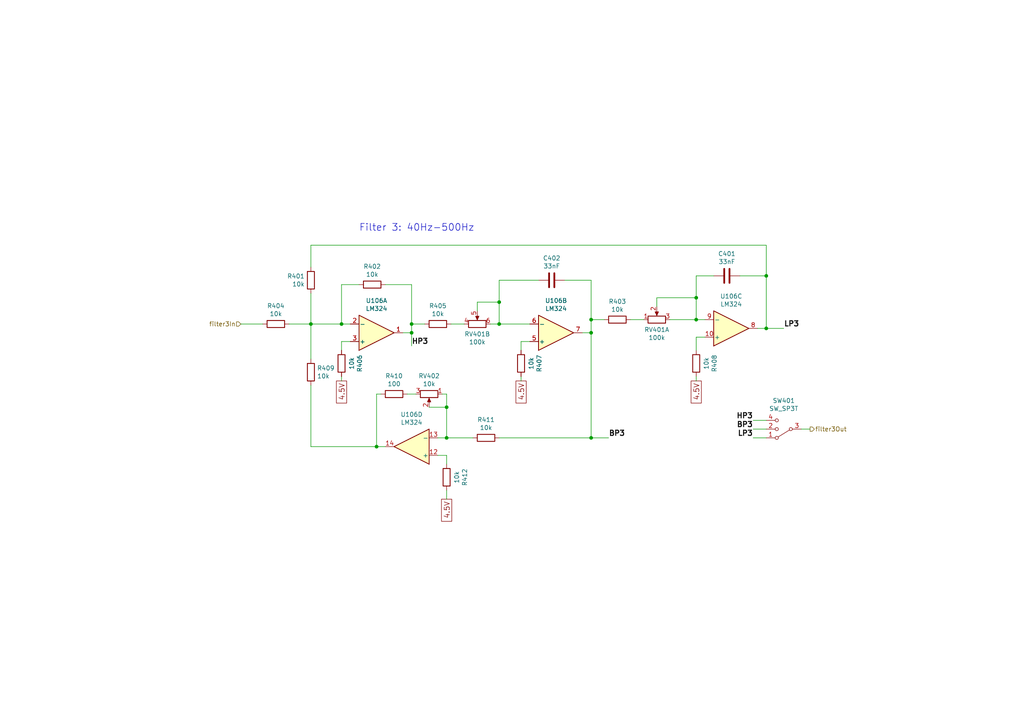
<source format=kicad_sch>
(kicad_sch (version 20231120) (generator "eeschema") (generator_version "8.0")
  (paper "A4")
  (lib_symbols
    (symbol "Amplifier_Operational:LM324" (pin_names (offset 0.127))
      (property "Reference" "U" (at 0 5.08 0))
      (property "Value" "LM324" (at 0 -5.08 0))
      (symbol "LM324_1_1"
        (polyline (pts (xy -5.08 5.08) (xy 5.08 0) (xy -5.08 -5.08) (xy -5.08 5.08)) (stroke (width 0.254)) (fill (type background)))
        (pin output line (at 7.62 0 180) (length 2.54) (name "~") (number "1"))
        (pin input line (at -7.62 -2.54 0) (length 2.54) (name "-") (number "2"))
        (pin input line (at -7.62 2.54 0) (length 2.54) (name "+") (number "3"))
      )
      (symbol "LM324_2_1"
        (polyline (pts (xy -5.08 5.08) (xy 5.08 0) (xy -5.08 -5.08) (xy -5.08 5.08)) (stroke (width 0.254)) (fill (type background)))
        (pin input line (at -7.62 2.54 0) (length 2.54) (name "+") (number "5"))
        (pin input line (at -7.62 -2.54 0) (length 2.54) (name "-") (number "6"))
        (pin output line (at 7.62 0 180) (length 2.54) (name "~") (number "7"))
      )
      (symbol "LM324_3_1"
        (polyline (pts (xy -5.08 5.08) (xy 5.08 0) (xy -5.08 -5.08) (xy -5.08 5.08)) (stroke (width 0.254)) (fill (type background)))
        (pin input line (at -7.62 2.54 0) (length 2.54) (name "+") (number "10"))
        (pin output line (at 7.62 0 180) (length 2.54) (name "~") (number "8"))
        (pin input line (at -7.62 -2.54 0) (length 2.54) (name "-") (number "9"))
      )
      (symbol "LM324_4_1"
        (polyline (pts (xy -5.08 5.08) (xy 5.08 0) (xy -5.08 -5.08) (xy -5.08 5.08)) (stroke (width 0.254)) (fill (type background)))
        (pin input line (at -7.62 2.54 0) (length 2.54) (name "+") (number "12"))
        (pin input line (at -7.62 -2.54 0) (length 2.54) (name "-") (number "13"))
        (pin output line (at 7.62 0 180) (length 2.54) (name "~") (number "14"))
      )
      (symbol "LM324_5_1"
        (pin power_in line (at -2.54 -7.62 90) (length 3.81) (name "V-") (number "11"))
        (pin power_in line (at -2.54 7.62 270) (length 3.81) (name "V+") (number "4"))
      )
    )
    (symbol "Device:C" (pin_numbers hide) (pin_names (offset 0.254))
      (property "Reference" "C" (at 0.635 2.54 0))
      (property "Value" "C" (at 0.635 -2.54 0))
      (symbol "C_0_1"
        (polyline (pts (xy -2.032 -0.762) (xy 2.032 -0.762)) (stroke (width 0.508)))
        (polyline (pts (xy -2.032 0.762) (xy 2.032 0.762)) (stroke (width 0.508)))
      )
      (symbol "C_1_1"
        (pin passive line (at 0 3.81 270) (length 2.794) (name "~") (number "1"))
        (pin passive line (at 0 -3.81 90) (length 2.794) (name "~") (number "2"))
      )
    )
    (symbol "Device:R" (pin_numbers hide) (pin_names (offset 0))
      (property "Reference" "R" (at 2.032 0 90))
      (property "Value" "R" (at 0 0 90))
      (symbol "R_0_1"
        (rectangle (start -1.016 -2.54) (end 1.016 2.54) (stroke (width 0.254)))
      )
      (symbol "R_1_1"
        (pin passive line (at 0 3.81 270) (length 1.27) (name "~") (number "1"))
        (pin passive line (at 0 -3.81 90) (length 1.27) (name "~") (number "2"))
      )
    )
    (symbol "Switch:SW_SP3T" (pin_names (offset 0) hide)
      (property "Reference" "SW" (at 0 5.08 0))
      (property "Value" "SW_SP3T" (at 0 -5.08 0))
      (symbol "SW_SP3T_0_1"
        (circle (center -2.032 0) (radius 0.4572))
        (polyline (pts (xy -1.651 0.254) (xy 1.651 2.286)))
        (circle (center 2.032 -2.54) (radius 0.4572))
        (circle (center 2.032 0) (radius 0.4572))
        (circle (center 2.032 2.54) (radius 0.4572))
      )
      (symbol "SW_SP3T_1_1"
        (pin passive line (at 5.08 2.54 180) (length 2.54) (name "1") (number "1"))
        (pin passive line (at 5.08 0 180) (length 2.54) (name "2") (number "2"))
        (pin passive line (at -5.08 0 0) (length 2.54) (name "3") (number "3"))
        (pin passive line (at 5.08 -2.54 180) (length 2.54) (name "4") (number "4"))
      )
    )
    (symbol "The_Ping_Ting-rescue:R_POT-Device" (pin_names (offset 1.016) hide)
      (property "Reference" "RV" (at -4.445 0 90))
      (property "Value" "R_POT-Device" (at -2.54 0 90))
      (symbol "R_POT-Device_0_1"
        (polyline (pts (xy 2.54 0) (xy 1.524 0)))
        (polyline (pts (xy 1.143 0) (xy 2.286 0.508) (xy 2.286 -0.508) (xy 1.143 0)) (fill (type outline)))
        (rectangle (start 1.016 2.54) (end -1.016 -2.54) (stroke (width 0.254)))
      )
      (symbol "R_POT-Device_1_1"
        (pin passive line (at 0 3.81 270) (length 1.27) (name "1") (number "1"))
        (pin passive line (at 3.81 0 180) (length 1.27) (name "2") (number "2"))
        (pin passive line (at 0 -3.81 90) (length 1.27) (name "3") (number "3"))
      )
    )
    (symbol "The_Ping_Ting-rescue:R_POT_Dual_Separate-Device" (pin_names (offset 1.016) hide)
      (property "Reference" "RV" (at -4.445 0 90))
      (property "Value" "R_POT_Dual_Separate-Device" (at -2.54 0 90))
      (symbol "R_POT_Dual_Separate-Device_0_1"
        (polyline (pts (xy 2.54 0) (xy 1.524 0)))
        (polyline (pts (xy 1.143 0) (xy 2.286 0.508) (xy 2.286 -0.508) (xy 1.143 0)) (fill (type outline)))
        (rectangle (start 1.016 2.54) (end -1.016 -2.54) (stroke (width 0.254)))
      )
      (symbol "R_POT_Dual_Separate-Device_1_1"
        (pin passive line (at 0 3.81 270) (length 1.27) (name "1") (number "1"))
        (pin passive line (at 3.81 0 180) (length 1.27) (name "2") (number "2"))
        (pin passive line (at 0 -3.81 90) (length 1.27) (name "3") (number "3"))
      )
      (symbol "R_POT_Dual_Separate-Device_2_1"
        (pin passive line (at 0 3.81 270) (length 1.27) (name "4") (number "4"))
        (pin passive line (at 3.81 0 180) (length 1.27) (name "5") (number "5"))
        (pin passive line (at 0 -3.81 90) (length 1.27) (name "6") (number "6"))
      )
    )
  )
  (junction (at 144.78 93.98))
  (junction (at 144.78 87.63))
  (junction (at 171.45 92.71))
  (junction (at 129.54 127))
  (junction (at 171.45 96.52))
  (junction (at 201.93 92.71))
  (junction (at 222.25 80.01))
  (junction (at 99.06 93.98))
  (junction (at 119.38 96.52))
  (junction (at 129.54 118.11))
  (junction (at 171.45 127))
  (junction (at 119.38 93.98))
  (junction (at 201.93 86.36))
  (junction (at 109.22 129.54))
  (junction (at 222.25 95.25))
  (junction (at 90.17 93.98))
  (wire (pts (xy 144.78 87.63) (xy 144.78 81.28)))
  (wire (pts (xy 119.38 93.98) (xy 119.38 82.55)))
  (wire (pts (xy 99.06 101.6) (xy 99.06 99.06)))
  (wire (pts (xy 182.88 92.71) (xy 186.69 92.71)))
  (wire (pts (xy 171.45 92.71) (xy 171.45 96.52)))
  (wire (pts (xy 227.33 95.25) (xy 222.25 95.25)))
  (wire (pts (xy 129.54 114.3) (xy 128.27 114.3)))
  (wire (pts (xy 214.63 80.01) (xy 222.25 80.01)))
  (wire (pts (xy 90.17 93.98) (xy 83.82 93.98)))
  (wire (pts (xy 120.65 114.3) (xy 118.11 114.3)))
  (wire (pts (xy 201.93 97.79) (xy 204.47 97.79)))
  (wire (pts (xy 218.44 127) (xy 222.25 127)))
  (wire (pts (xy 137.16 127) (xy 129.54 127)))
  (wire (pts (xy 69.85 93.98) (xy 76.2 93.98)))
  (wire (pts (xy 151.13 99.06) (xy 153.67 99.06)))
  (wire (pts (xy 90.17 111.76) (xy 90.17 129.54)))
  (wire (pts (xy 151.13 101.6) (xy 151.13 99.06)))
  (wire (pts (xy 218.44 121.92) (xy 222.25 121.92)))
  (wire (pts (xy 222.25 95.25) (xy 219.71 95.25)))
  (wire (pts (xy 190.5 88.9) (xy 190.5 86.36)))
  (wire (pts (xy 171.45 127) (xy 171.45 96.52)))
  (wire (pts (xy 123.19 93.98) (xy 119.38 93.98)))
  (wire (pts (xy 119.38 82.55) (xy 111.76 82.55)))
  (wire (pts (xy 201.93 86.36) (xy 201.93 92.71)))
  (wire (pts (xy 144.78 127) (xy 171.45 127)))
  (wire (pts (xy 90.17 71.12) (xy 222.25 71.12)))
  (wire (pts (xy 218.44 124.46) (xy 222.25 124.46)))
  (wire (pts (xy 204.47 92.71) (xy 201.93 92.71)))
  (wire (pts (xy 190.5 86.36) (xy 201.93 86.36)))
  (wire (pts (xy 99.06 93.98) (xy 101.6 93.98)))
  (wire (pts (xy 222.25 80.01) (xy 222.25 95.25)))
  (wire (pts (xy 138.43 90.17) (xy 138.43 87.63)))
  (wire (pts (xy 129.54 127) (xy 129.54 118.11)))
  (wire (pts (xy 201.93 80.01) (xy 201.93 86.36)))
  (wire (pts (xy 127 127) (xy 129.54 127)))
  (wire (pts (xy 134.62 93.98) (xy 130.81 93.98)))
  (wire (pts (xy 129.54 144.78) (xy 129.54 142.24)))
  (wire (pts (xy 194.31 92.71) (xy 201.93 92.71)))
  (wire (pts (xy 201.93 101.6) (xy 201.93 97.79)))
  (wire (pts (xy 176.53 127) (xy 171.45 127)))
  (wire (pts (xy 129.54 118.11) (xy 129.54 114.3)))
  (wire (pts (xy 109.22 129.54) (xy 109.22 114.3)))
  (wire (pts (xy 234.95 124.46) (xy 232.41 124.46)))
  (wire (pts (xy 104.14 82.55) (xy 99.06 82.55)))
  (wire (pts (xy 90.17 85.09) (xy 90.17 93.98)))
  (wire (pts (xy 119.38 100.33) (xy 119.38 96.52)))
  (wire (pts (xy 222.25 71.12) (xy 222.25 80.01)))
  (wire (pts (xy 151.13 110.49) (xy 151.13 109.22)))
  (wire (pts (xy 116.84 96.52) (xy 119.38 96.52)))
  (wire (pts (xy 171.45 92.71) (xy 175.26 92.71)))
  (wire (pts (xy 171.45 92.71) (xy 171.45 81.28)))
  (wire (pts (xy 99.06 82.55) (xy 99.06 93.98)))
  (wire (pts (xy 171.45 81.28) (xy 163.83 81.28)))
  (wire (pts (xy 144.78 93.98) (xy 142.24 93.98)))
  (wire (pts (xy 168.91 96.52) (xy 171.45 96.52)))
  (wire (pts (xy 201.93 80.01) (xy 207.01 80.01)))
  (wire (pts (xy 99.06 93.98) (xy 90.17 93.98)))
  (wire (pts (xy 138.43 87.63) (xy 144.78 87.63)))
  (wire (pts (xy 201.93 110.49) (xy 201.93 109.22)))
  (wire (pts (xy 109.22 114.3) (xy 110.49 114.3)))
  (wire (pts (xy 144.78 93.98) (xy 144.78 87.63)))
  (wire (pts (xy 129.54 132.08) (xy 127 132.08)))
  (wire (pts (xy 119.38 96.52) (xy 119.38 93.98)))
  (wire (pts (xy 129.54 134.62) (xy 129.54 132.08)))
  (wire (pts (xy 99.06 99.06) (xy 101.6 99.06)))
  (wire (pts (xy 90.17 129.54) (xy 109.22 129.54)))
  (wire (pts (xy 144.78 81.28) (xy 156.21 81.28)))
  (wire (pts (xy 124.46 118.11) (xy 129.54 118.11)))
  (wire (pts (xy 90.17 93.98) (xy 90.17 104.14)))
  (wire (pts (xy 153.67 93.98) (xy 144.78 93.98)))
  (wire (pts (xy 111.76 129.54) (xy 109.22 129.54)))
  (wire (pts (xy 99.06 110.49) (xy 99.06 109.22)))
  (wire (pts (xy 90.17 71.12) (xy 90.17 77.47)))
  (text "Filter 3: 40Hz-500Hz" (at 104.14 67.31 0) (effects (font (size 2.0066 2.0066)) (justify left bottom)))
  (label "HP3" (at 218.44 121.92 180) (effects (font (size 1.4986 1.4986) (thickness 0.2997) (bold yes))))
  (label "LP3" (at 227.33 95.25 0) (effects (font (size 1.4986 1.4986) (thickness 0.2997) (bold yes))))
  (label "BP3" (at 176.53 127 0) (effects (font (size 1.4986 1.4986) (thickness 0.2997) (bold yes))))
  (label "HP3" (at 119.38 100.33 0) (effects (font (size 1.4986 1.4986) (thickness 0.2997) (bold yes))))
  (label "LP3" (at 218.44 127 180) (effects (font (size 1.4986 1.4986) (thickness 0.2997) (bold yes))))
  (label "BP3" (at 218.44 124.46 180) (effects (font (size 1.4986 1.4986) (thickness 0.2997) (bold yes))))
  (global_label "4.5V" (shape passive) (at 99.06 110.49 270) (effects (font (size 1.4986 1.4986))) (property "Intersheetrefs" "${INTERSHEET_REFS}" (effects (hide yes))))
  (global_label "4.5V" (shape passive) (at 151.13 110.49 270) (effects (font (size 1.4986 1.4986))) (property "Intersheetrefs" "${INTERSHEET_REFS}" (effects (hide yes))))
  (global_label "4.5V" (shape passive) (at 201.93 110.49 270) (effects (font (size 1.4986 1.4986))) (property "Intersheetrefs" "${INTERSHEET_REFS}" (effects (hide yes))))
  (global_label "4.5V" (shape passive) (at 129.54 144.78 270) (effects (font (size 1.4986 1.4986))) (property "Intersheetrefs" "${INTERSHEET_REFS}" (effects (hide yes))))
  (hierarchical_label "filter3Out" (shape output) (at 234.95 124.46 0))
  (hierarchical_label "filter3In" (shape input) (at 69.85 93.98 180))
  (symbol (lib_id "Amplifier_Operational:LM324") (at 161.29 96.52 0) (mirror x) (unit 2)
    (property "Reference" "U106" (at 161.29 87.1982 0))
    (property "Value" "LM324" (at 161.29 89.5096 0))
    (property "Footprint" "Package_DIP:DIP-14_W7.62mm" (effects (hide yes)))
    (property "Datasheet" "http://www.ti.com/lit/ds/symlink/lm2902-n.pdf" (effects (hide yes)))
  )
  (symbol (lib_id "Amplifier_Operational:LM324") (at 212.09 95.25 0) (mirror x) (unit 3)
    (property "Reference" "U106" (at 212.09 85.9282 0))
    (property "Value" "LM324" (at 212.09 88.2396 0))
    (property "Footprint" "Package_DIP:DIP-14_W7.62mm" (effects (hide yes)))
    (property "Datasheet" "http://www.ti.com/lit/ds/symlink/lm2902-n.pdf" (effects (hide yes)))
  )
  (symbol (lib_id "Amplifier_Operational:LM324") (at 119.38 129.54 180) (unit 4)
    (property "Reference" "U106" (at 119.38 120.2182 0))
    (property "Value" "LM324" (at 119.38 122.5296 0))
    (property "Footprint" "Package_DIP:DIP-14_W7.62mm" (effects (hide yes)))
    (property "Datasheet" "http://www.ti.com/lit/ds/symlink/lm2902-n.pdf" (effects (hide yes)))
  )
  (symbol (lib_id "Device:R") (at 114.3 114.3 90) (mirror x) (unit 1)
    (property "Reference" "R410" (at 114.3 109.0422 90))
    (property "Value" "100" (at 114.3 111.3536 90))
    (property "Footprint" "Resistor_THT:R_Axial_DIN0207_L6.3mm_D2.5mm_P10.16mm_Horizontal" (effects (hide yes)))
  )
  (symbol (lib_id "Device:R") (at 140.97 127 90) (mirror x) (unit 1)
    (property "Reference" "R411" (at 140.97 121.7422 90))
    (property "Value" "10k" (at 140.97 124.0536 90))
    (property "Footprint" "Resistor_THT:R_Axial_DIN0207_L6.3mm_D2.5mm_P10.16mm_Horizontal" (effects (hide yes)))
  )
  (symbol (lib_id "Device:R") (at 90.17 107.95 0) (mirror y) (unit 1)
    (property "Reference" "R409" (at 91.948 106.7816 0) (effects (justify right)))
    (property "Value" "10k" (at 91.948 109.093 0) (effects (justify right)))
    (property "Footprint" "Resistor_THT:R_Axial_DIN0207_L6.3mm_D2.5mm_P10.16mm_Horizontal" (effects (hide yes)))
  )
  (symbol (lib_id "Device:R") (at 90.17 81.28 0) (mirror x) (unit 1)
    (property "Reference" "R401" (at 88.392 80.1116 0) (effects (justify right)))
    (property "Value" "10k" (at 88.392 82.423 0) (effects (justify right)))
    (property "Footprint" "Resistor_THT:R_Axial_DIN0207_L6.3mm_D2.5mm_P10.16mm_Horizontal" (effects (hide yes)))
  )
  (symbol (lib_id "Device:C") (at 160.02 81.28 270) (unit 1)
    (property "Reference" "C402" (at 160.02 74.8792 90))
    (property "Value" "33nF" (at 160.02 77.1906 90))
    (property "Footprint" "Capacitor_THT:C_Rect_L7.2mm_W8.5mm_P5.00mm_FKP2_FKP2_MKS2_MKP2" (effects (hide yes)))
  )
  (symbol (lib_id "Device:C") (at 210.82 80.01 270) (unit 1)
    (property "Reference" "C401" (at 210.82 73.6092 90))
    (property "Value" "33nF" (at 210.82 75.9206 90))
    (property "Footprint" "Capacitor_THT:C_Rect_L7.2mm_W8.5mm_P5.00mm_FKP2_FKP2_MKS2_MKP2" (effects (hide yes)))
  )
  (symbol (lib_id "The_Ping_Ting-rescue:R_POT_Dual_Separate-Device") (at 138.43 93.98 90) (unit 2)
    (property "Reference" "RV401" (at 138.43 96.901 90))
    (property "Value" "100k" (at 138.43 99.2124 90))
    (property "Footprint" "Connector_PinHeader_2.54mm:PinHeader_1x06_P2.54mm_Vertical" (effects (hide yes)))
  )
  (symbol (lib_id "The_Ping_Ting-rescue:R_POT_Dual_Separate-Device") (at 190.5 92.71 90) (unit 1)
    (property "Reference" "RV401" (at 190.5 95.631 90))
    (property "Value" "100k" (at 190.5 97.9424 90))
    (property "Footprint" "Connector_PinHeader_2.54mm:PinHeader_1x06_P2.54mm_Vertical" (effects (hide yes)))
  )
  (symbol (lib_id "Device:R") (at 179.07 92.71 270) (mirror x) (unit 1)
    (property "Reference" "R403" (at 179.07 87.4522 90))
    (property "Value" "10k" (at 179.07 89.7636 90))
    (property "Footprint" "Resistor_THT:R_Axial_DIN0207_L6.3mm_D2.5mm_P10.16mm_Horizontal" (effects (hide yes)))
  )
  (symbol (lib_id "Device:R") (at 80.01 93.98 270) (mirror x) (unit 1)
    (property "Reference" "R404" (at 80.01 88.7222 90))
    (property "Value" "10k" (at 80.01 91.0336 90))
    (property "Footprint" "Resistor_THT:R_Axial_DIN0207_L6.3mm_D2.5mm_P10.16mm_Horizontal" (effects (hide yes)))
  )
  (symbol (lib_id "Device:R") (at 151.13 105.41 0) (mirror x) (unit 1)
    (property "Reference" "R407" (at 156.3878 105.41 90))
    (property "Value" "10k" (at 154.0764 105.41 90))
    (property "Footprint" "Resistor_THT:R_Axial_DIN0207_L6.3mm_D2.5mm_P10.16mm_Horizontal" (effects (hide yes)))
  )
  (symbol (lib_id "Device:R") (at 201.93 105.41 180) (unit 1)
    (property "Reference" "R408" (at 207.1878 105.41 90))
    (property "Value" "10k" (at 204.8764 105.41 90))
    (property "Footprint" "Resistor_THT:R_Axial_DIN0207_L6.3mm_D2.5mm_P10.16mm_Horizontal" (effects (hide yes)))
  )
  (symbol (lib_id "Device:R") (at 99.06 105.41 0) (mirror x) (unit 1)
    (property "Reference" "R406" (at 104.3178 105.41 90))
    (property "Value" "10k" (at 102.0064 105.41 90))
    (property "Footprint" "Resistor_THT:R_Axial_DIN0207_L6.3mm_D2.5mm_P10.16mm_Horizontal" (effects (hide yes)))
  )
  (symbol (lib_id "Device:R") (at 129.54 138.43 0) (mirror x) (unit 1)
    (property "Reference" "R412" (at 134.7978 138.43 90))
    (property "Value" "10k" (at 132.4864 138.43 90))
    (property "Footprint" "Resistor_THT:R_Axial_DIN0207_L6.3mm_D2.5mm_P10.16mm_Horizontal" (effects (hide yes)))
  )
  (symbol (lib_id "Amplifier_Operational:LM324") (at 109.22 96.52 0) (mirror x) (unit 1)
    (property "Reference" "U106" (at 109.22 87.1982 0))
    (property "Value" "LM324" (at 109.22 89.5096 0))
    (property "Footprint" "Package_DIP:DIP-14_W7.62mm" (effects (hide yes)))
    (property "Datasheet" "http://www.ti.com/lit/ds/symlink/lm2902-n.pdf" (effects (hide yes)))
  )
  (symbol (lib_id "The_Ping_Ting-rescue:R_POT-Device") (at 124.46 114.3 270) (unit 1)
    (property "Reference" "RV402" (at 124.46 109.0422 90))
    (property "Value" "10k" (at 124.46 111.3536 90))
    (property "Footprint" "Connector_PinHeader_2.54mm:PinHeader_1x03_P2.54mm_Vertical" (effects (hide yes)))
  )
  (symbol (lib_id "Device:R") (at 107.95 82.55 270) (unit 1)
    (property "Reference" "R402" (at 107.95 77.2922 90))
    (property "Value" "10k" (at 107.95 79.6036 90))
    (property "Footprint" "Resistor_THT:R_Axial_DIN0207_L6.3mm_D2.5mm_P10.16mm_Horizontal" (effects (hide yes)))
  )
  (symbol (lib_id "Device:R") (at 127 93.98 270) (mirror x) (unit 1)
    (property "Reference" "R405" (at 127 88.7222 90))
    (property "Value" "10k" (at 127 91.0336 90))
    (property "Footprint" "Resistor_THT:R_Axial_DIN0207_L6.3mm_D2.5mm_P10.16mm_Horizontal" (effects (hide yes)))
  )
  (symbol (lib_id "Switch:SW_SP3T") (at 227.33 124.46 180) (unit 1)
    (property "Reference" "SW401" (at 227.33 116.205 0))
    (property "Value" "SW_SP3T" (at 227.33 118.5164 0))
    (property "Footprint" "Connector_PinHeader_2.54mm:PinHeader_1x04_P2.54mm_Vertical" (effects (hide yes)))
  )
)
</source>
